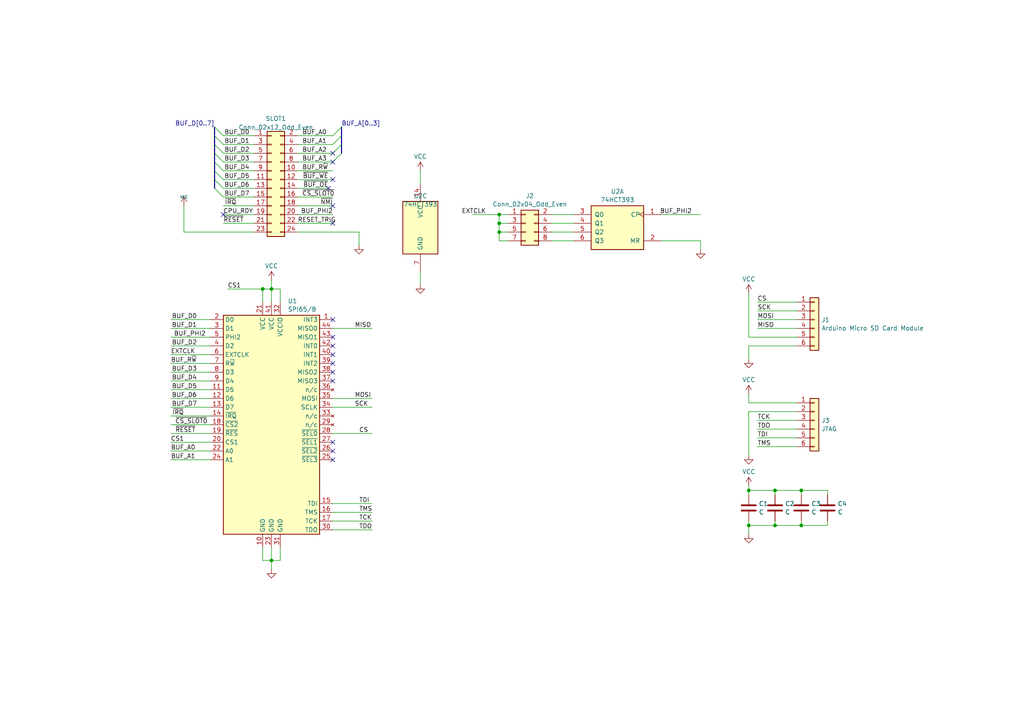
<source format=kicad_sch>
(kicad_sch (version 20231120) (generator "eeschema") (generator_version "8.0")
  (paper "A4")
  (lib_symbols
    (symbol "74xx:74LS393" (pin_names (offset 1.016))
      (property "Reference" "U" (at -7.62 8.89 0))
      (property "Value" "74LS393" (at -7.62 -8.89 0))
      (symbol "74LS393_1_0"
        (pin input clock (at -12.7 2.54 0) (length 5.08) (name "CP") (number "1"))
        (pin input line (at -12.7 -5.08 0) (length 5.08) (name "MR") (number "2"))
        (pin output line (at 12.7 2.54 180) (length 5.08) (name "Q0") (number "3"))
        (pin output line (at 12.7 0 180) (length 5.08) (name "Q1") (number "4"))
        (pin output line (at 12.7 -2.54 180) (length 5.08) (name "Q2") (number "5"))
        (pin output line (at 12.7 -5.08 180) (length 5.08) (name "Q3") (number "6"))
      )
      (symbol "74LS393_1_1"
        (rectangle (start -7.62 5.08) (end 7.62 -7.62) (stroke (width 0.254)) (fill (type background)))
      )
      (symbol "74LS393_2_0"
        (pin output line (at 12.7 0 180) (length 5.08) (name "Q1") (number "10"))
        (pin output line (at 12.7 2.54 180) (length 5.08) (name "Q0") (number "11"))
        (pin input line (at -12.7 -5.08 0) (length 5.08) (name "MR") (number "12"))
        (pin input clock (at -12.7 2.54 0) (length 5.08) (name "CP") (number "13"))
        (pin output line (at 12.7 -5.08 180) (length 5.08) (name "Q3") (number "8"))
        (pin output line (at 12.7 -2.54 180) (length 5.08) (name "Q2") (number "9"))
      )
      (symbol "74LS393_2_1"
        (rectangle (start -7.62 5.08) (end 7.62 -7.62) (stroke (width 0.254)) (fill (type background)))
      )
      (symbol "74LS393_3_0"
        (pin power_in line (at 0 12.7 270) (length 5.08) (name "VCC") (number "14"))
        (pin power_in line (at 0 -12.7 90) (length 5.08) (name "GND") (number "7"))
      )
      (symbol "74LS393_3_1"
        (rectangle (start -5.08 7.62) (end 5.08 -7.62) (stroke (width 0.254)) (fill (type background)))
      )
    )
    (symbol "CPLD_Xilinx:XC9536PC44"
      (property "Reference" "U1" (at 4.7341 35.8945 0))
      (property "Value" "SPI65/B" (at 4.7341 33.4702 0))
      (symbol "XC9536PC44_1_1"
        (rectangle (start -13.97 31.75) (end 13.97 -31.75) (stroke (width 0.254)) (fill (type background)))
        (pin bidirectional line (at 17.78 30.48 180) (length 3.81) (name "M1") (number "1") (alternate "INT3" input line))
        (pin power_in line (at -2.54 -35.56 90) (length 3.81) (name "GND") (number "10"))
        (pin bidirectional line (at -17.78 10.16 0) (length 3.81) (name "M9") (number "11") (alternate "D5" bidirectional line))
        (pin bidirectional line (at -17.78 7.62 0) (length 3.81) (name "M10") (number "12") (alternate "D6" bidirectional line))
        (pin bidirectional line (at -17.78 5.08 0) (length 3.81) (name "M11") (number "13") (alternate "D7" bidirectional line))
        (pin bidirectional line (at -17.78 2.54 0) (length 3.81) (name "M12") (number "14") (alternate "~{IRQ}" open_collector line))
        (pin input line (at 17.78 -22.86 180) (length 3.81) (name "TDI") (number "15"))
        (pin input line (at 17.78 -25.4 180) (length 3.81) (name "TMS") (number "16"))
        (pin input line (at 17.78 -27.94 180) (length 3.81) (name "TCK") (number "17"))
        (pin bidirectional line (at -17.78 0 0) (length 3.81) (name "M13") (number "18") (alternate "~{CS2}" input line))
        (pin bidirectional line (at -17.78 -2.54 0) (length 3.81) (name "M14") (number "19") (alternate "~{RES}" input line))
        (pin bidirectional line (at -17.78 30.48 0) (length 3.81) (name "M1") (number "2") (alternate "D0" bidirectional line))
        (pin bidirectional line (at -17.78 -5.08 0) (length 3.81) (name "M15") (number "20") (alternate "CS1" bidirectional line))
        (pin power_in line (at -2.54 35.56 270) (length 3.81) (name "VCC") (number "21"))
        (pin bidirectional line (at -17.78 -7.62 0) (length 3.81) (name "M16") (number "22") (alternate "A0" bidirectional line))
        (pin power_in line (at 0 -35.56 90) (length 3.81) (name "GND") (number "23"))
        (pin bidirectional line (at -17.78 -10.16 0) (length 3.81) (name "M17") (number "24") (alternate "A1" bidirectional line))
        (pin bidirectional line (at 17.78 -10.16 180) (length 3.81) (name "M17") (number "25") (alternate "~{SEL3}" output line))
        (pin bidirectional line (at 17.78 -7.62 180) (length 3.81) (name "M16") (number "26") (alternate "~{SEL2}" output line))
        (pin bidirectional line (at 17.78 -5.08 180) (length 3.81) (name "M15") (number "27") (alternate "~{SEL1}" output line))
        (pin bidirectional line (at 17.78 -2.54 180) (length 3.81) (name "M14") (number "28") (alternate "~{SEL0}" output line))
        (pin bidirectional line (at 17.78 0 180) (length 3.81) (name "M13") (number "29") (alternate "n/c" no_connect line))
        (pin bidirectional line (at -17.78 27.94 0) (length 3.81) (name "M2") (number "3") (alternate "D1" bidirectional line))
        (pin output line (at 17.78 -30.48 180) (length 3.81) (name "TDO") (number "30"))
        (pin power_in line (at 2.54 -35.56 90) (length 3.81) (name "GND") (number "31"))
        (pin power_in line (at 2.54 35.56 270) (length 3.81) (name "VCCIO") (number "32"))
        (pin bidirectional line (at 17.78 2.54 180) (length 3.81) (name "M12") (number "33") (alternate "n/c" no_connect line))
        (pin bidirectional line (at 17.78 5.08 180) (length 3.81) (name "M11") (number "34") (alternate "SCLK" output line))
        (pin bidirectional line (at 17.78 7.62 180) (length 3.81) (name "M10") (number "35") (alternate "MOSI" output line))
        (pin bidirectional line (at 17.78 10.16 180) (length 3.81) (name "M9") (number "36") (alternate "n/c" no_connect line))
        (pin bidirectional line (at 17.78 12.7 180) (length 3.81) (name "M8") (number "37") (alternate "MISO3" input line))
        (pin bidirectional line (at 17.78 15.24 180) (length 3.81) (name "M7") (number "38") (alternate "MISO2" input line))
        (pin bidirectional line (at 17.78 17.78 180) (length 3.81) (name "I/O/GSR") (number "39") (alternate "INT2" input line))
        (pin bidirectional line (at -17.78 22.86 0) (length 3.81) (name "M4") (number "4") (alternate "D2" bidirectional line))
        (pin bidirectional line (at 17.78 20.32 180) (length 3.81) (name "I/O/GTS2") (number "40") (alternate "INT1" input line))
        (pin power_in line (at 0 35.56 270) (length 3.81) (name "VCC") (number "41"))
        (pin bidirectional line (at 17.78 22.86 180) (length 3.81) (name "I/O/GTS1") (number "42") (alternate "INT0" input line))
        (pin bidirectional line (at 17.78 25.4 180) (length 3.81) (name "M4") (number "43") (alternate "MISO1" input line))
        (pin bidirectional line (at 17.78 27.94 180) (length 3.81) (name "M2") (number "44") (alternate "MISO0" input line))
        (pin bidirectional line (at -17.78 25.4 0) (length 3.81) (name "I/O/GCK1") (number "5") (alternate "PHI2" input line))
        (pin bidirectional line (at -17.78 20.32 0) (length 3.81) (name "I/O/GCK2") (number "6") (alternate "EXTCLK" input line))
        (pin bidirectional line (at -17.78 17.78 0) (length 3.81) (name "I/O/GCK3") (number "7") (alternate "R~{W}" input line))
        (pin bidirectional line (at -17.78 15.24 0) (length 3.81) (name "M6") (number "8") (alternate "D3" bidirectional line))
        (pin bidirectional line (at -17.78 12.7 0) (length 3.81) (name "M8") (number "9") (alternate "D4" bidirectional line))
      )
    )
    (symbol "Connector_Generic:Conn_01x06" (pin_names (offset 1.016) hide)
      (property "Reference" "J" (at 0 7.62 0))
      (property "Value" "Conn_01x06" (at 0 -10.16 0))
      (symbol "Conn_01x06_1_1"
        (rectangle (start -1.27 -7.493) (end 0 -7.747) (stroke (width 0.1524)))
        (rectangle (start -1.27 -4.953) (end 0 -5.207) (stroke (width 0.1524)))
        (rectangle (start -1.27 -2.413) (end 0 -2.667) (stroke (width 0.1524)))
        (rectangle (start -1.27 0.127) (end 0 -0.127) (stroke (width 0.1524)))
        (rectangle (start -1.27 2.667) (end 0 2.413) (stroke (width 0.1524)))
        (rectangle (start -1.27 5.207) (end 0 4.953) (stroke (width 0.1524)))
        (rectangle (start -1.27 6.35) (end 1.27 -8.89) (stroke (width 0.254)) (fill (type background)))
        (pin passive line (at -5.08 5.08 0) (length 3.81) (name "Pin_1") (number "1"))
        (pin passive line (at -5.08 2.54 0) (length 3.81) (name "Pin_2") (number "2"))
        (pin passive line (at -5.08 0 0) (length 3.81) (name "Pin_3") (number "3"))
        (pin passive line (at -5.08 -2.54 0) (length 3.81) (name "Pin_4") (number "4"))
        (pin passive line (at -5.08 -5.08 0) (length 3.81) (name "Pin_5") (number "5"))
        (pin passive line (at -5.08 -7.62 0) (length 3.81) (name "Pin_6") (number "6"))
      )
    )
    (symbol "Connector_Generic:Conn_02x04_Odd_Even" (pin_names (offset 1.016) hide)
      (property "Reference" "J" (at 1.27 5.08 0))
      (property "Value" "Conn_02x04_Odd_Even" (at 1.27 -7.62 0))
      (symbol "Conn_02x04_Odd_Even_1_1"
        (rectangle (start -1.27 -4.953) (end 0 -5.207) (stroke (width 0.1524)))
        (rectangle (start -1.27 -2.413) (end 0 -2.667) (stroke (width 0.1524)))
        (rectangle (start -1.27 0.127) (end 0 -0.127) (stroke (width 0.1524)))
        (rectangle (start -1.27 2.667) (end 0 2.413) (stroke (width 0.1524)))
        (rectangle (start -1.27 3.81) (end 3.81 -6.35) (stroke (width 0.254)) (fill (type background)))
        (rectangle (start 3.81 -4.953) (end 2.54 -5.207) (stroke (width 0.1524)))
        (rectangle (start 3.81 -2.413) (end 2.54 -2.667) (stroke (width 0.1524)))
        (rectangle (start 3.81 0.127) (end 2.54 -0.127) (stroke (width 0.1524)))
        (rectangle (start 3.81 2.667) (end 2.54 2.413) (stroke (width 0.1524)))
        (pin passive line (at -5.08 2.54 0) (length 3.81) (name "Pin_1") (number "1"))
        (pin passive line (at 7.62 2.54 180) (length 3.81) (name "Pin_2") (number "2"))
        (pin passive line (at -5.08 0 0) (length 3.81) (name "Pin_3") (number "3"))
        (pin passive line (at 7.62 0 180) (length 3.81) (name "Pin_4") (number "4"))
        (pin passive line (at -5.08 -2.54 0) (length 3.81) (name "Pin_5") (number "5"))
        (pin passive line (at 7.62 -2.54 180) (length 3.81) (name "Pin_6") (number "6"))
        (pin passive line (at -5.08 -5.08 0) (length 3.81) (name "Pin_7") (number "7"))
        (pin passive line (at 7.62 -5.08 180) (length 3.81) (name "Pin_8") (number "8"))
      )
    )
    (symbol "Device:C" (pin_numbers hide) (pin_names (offset 0.254))
      (property "Reference" "C" (at 0.635 2.54 0))
      (property "Value" "C" (at 0.635 -2.54 0))
      (symbol "C_0_1"
        (polyline (pts (xy -2.032 -0.762) (xy 2.032 -0.762)) (stroke (width 0.508)))
        (polyline (pts (xy -2.032 0.762) (xy 2.032 0.762)) (stroke (width 0.508)))
      )
      (symbol "C_1_1"
        (pin passive line (at 0 3.81 270) (length 2.794) (name "~") (number "1"))
        (pin passive line (at 0 -3.81 90) (length 2.794) (name "~") (number "2"))
      )
    )
    (symbol "VCC_1" (power) (pin_numbers hide) (pin_names (offset 0) hide)
      (property "Value" "VCC" (at 0 3.556 0))
      (symbol "VCC_1_0_1"
        (polyline (pts (xy -0.762 1.27) (xy 0 2.54)))
        (polyline (pts (xy 0 0) (xy 0 2.54)))
        (polyline (pts (xy 0 2.54) (xy 0.762 1.27)))
      )
      (symbol "VCC_1_1_1"
        (pin power_in line (at 0 0 90) (length 0) (name "~") (number "1"))
      )
    )
    (symbol "power:GND" (power) (pin_names (offset 0))
      (property "Value" "GND" (at 0 -3.81 0))
      (symbol "GND_0_1"
        (polyline (pts (xy 0 0) (xy 0 -1.27) (xy 1.27 -1.27) (xy 0 -2.54) (xy -1.27 -1.27) (xy 0 -1.27)))
      )
      (symbol "GND_1_1"
        (pin power_in line (at 0 0 270) (length 0) hide (name "GND") (number "1"))
      )
    )
    (symbol "power:VCC" (power) (pin_names (offset 0))
      (property "Value" "VCC" (at 0 3.81 0))
      (symbol "VCC_0_1"
        (polyline (pts (xy -0.762 1.27) (xy 0 2.54)))
        (polyline (pts (xy 0 0) (xy 0 2.54)))
        (polyline (pts (xy 0 2.54) (xy 0.762 1.27)))
      )
      (symbol "VCC_1_1"
        (pin power_in line (at 0 0 90) (length 0) hide (name "VCC") (number "1"))
      )
    )
    (symbol "steckschwein:Conn_02x12_Odd_Even" (pin_names (offset 1.016) hide)
      (property "Reference" "SLOT0" (at 1.27 17.6698 0))
      (property "Value" "Conn_02x12_Odd_Even" (at 1.27 15.1329 0))
      (symbol "Conn_02x12_Odd_Even_1_1"
        (rectangle (start -1.27 -15.113) (end 0 -15.367) (stroke (width 0.1524)))
        (rectangle (start -1.27 -12.573) (end 0 -12.827) (stroke (width 0.1524)))
        (rectangle (start -1.27 -10.033) (end 0 -10.287) (stroke (width 0.1524)))
        (rectangle (start -1.27 -7.493) (end 0 -7.747) (stroke (width 0.1524)))
        (rectangle (start -1.27 -4.953) (end 0 -5.207) (stroke (width 0.1524)))
        (rectangle (start -1.27 -2.413) (end 0 -2.667) (stroke (width 0.1524)))
        (rectangle (start -1.27 0.127) (end 0 -0.127) (stroke (width 0.1524)))
        (rectangle (start -1.27 2.667) (end 0 2.413) (stroke (width 0.1524)))
        (rectangle (start -1.27 5.207) (end 0 4.953) (stroke (width 0.1524)))
        (rectangle (start -1.27 7.747) (end 0 7.493) (stroke (width 0.1524)))
        (rectangle (start -1.27 10.287) (end 0 10.033) (stroke (width 0.1524)))
        (rectangle (start -1.27 12.827) (end 0 12.573) (stroke (width 0.1524)))
        (rectangle (start -1.27 13.97) (end 3.81 -16.51) (stroke (width 0.254)) (fill (type background)))
        (rectangle (start 3.81 -15.113) (end 2.54 -15.367) (stroke (width 0.1524)))
        (rectangle (start 3.81 -12.573) (end 2.54 -12.827) (stroke (width 0.1524)))
        (rectangle (start 3.81 -10.033) (end 2.54 -10.287) (stroke (width 0.1524)))
        (rectangle (start 3.81 -7.493) (end 2.54 -7.747) (stroke (width 0.1524)))
        (rectangle (start 3.81 -4.953) (end 2.54 -5.207) (stroke (width 0.1524)))
        (rectangle (start 3.81 -2.413) (end 2.54 -2.667) (stroke (width 0.1524)))
        (rectangle (start 3.81 0.127) (end 2.54 -0.127) (stroke (width 0.1524)))
        (rectangle (start 3.81 2.667) (end 2.54 2.413) (stroke (width 0.1524)))
        (rectangle (start 3.81 5.207) (end 2.54 4.953) (stroke (width 0.1524)))
        (rectangle (start 3.81 7.747) (end 2.54 7.493) (stroke (width 0.1524)))
        (rectangle (start 3.81 10.287) (end 2.54 10.033) (stroke (width 0.1524)))
        (rectangle (start 3.81 12.827) (end 2.54 12.573) (stroke (width 0.1524)))
        (pin passive line (at -5.08 12.7 0) (length 3.81) (name "Pin_1") (number "1"))
        (pin passive line (at 7.62 2.54 180) (length 3.81) (name "Pin_10") (number "10"))
        (pin passive line (at -5.08 0 0) (length 3.81) (name "Pin_11") (number "11"))
        (pin passive line (at 7.62 0 180) (length 3.81) (name "Pin_12") (number "12"))
        (pin passive line (at -5.08 -2.54 0) (length 3.81) (name "Pin_13") (number "13"))
        (pin passive line (at 7.62 -2.54 180) (length 3.81) (name "Pin_14") (number "14"))
        (pin passive line (at -5.08 -5.08 0) (length 3.81) (name "Pin_15") (number "15"))
        (pin passive line (at 7.62 -5.08 180) (length 3.81) (name "Pin_16") (number "16"))
        (pin passive line (at -5.08 -7.62 0) (length 3.81) (name "Pin_17") (number "17"))
        (pin passive line (at 7.62 -7.62 180) (length 3.81) (name "Pin_18") (number "18"))
        (pin passive line (at -5.08 -10.16 0) (length 3.81) (name "Pin_19") (number "19"))
        (pin passive line (at 7.62 12.7 180) (length 3.81) (name "Pin_2") (number "2"))
        (pin passive line (at 7.62 -10.16 180) (length 3.81) (name "Pin_20") (number "20"))
        (pin passive line (at -5.08 -12.7 0) (length 3.81) (name "Pin_21") (number "21"))
        (pin passive line (at 7.62 -12.7 180) (length 3.81) (name "Pin_22") (number "22"))
        (pin passive line (at -5.08 -15.24 0) (length 3.81) (name "Pin_23") (number "23"))
        (pin passive line (at 7.62 -15.24 180) (length 3.81) (name "Pin_24") (number "24"))
        (pin passive line (at -5.08 10.16 0) (length 3.81) (name "Pin_3") (number "3"))
        (pin passive line (at 7.62 10.16 180) (length 3.81) (name "Pin_4") (number "4"))
        (pin passive line (at -5.08 7.62 0) (length 3.81) (name "Pin_5") (number "5"))
        (pin passive line (at 7.62 7.62 180) (length 3.81) (name "Pin_6") (number "6"))
        (pin passive line (at -5.08 5.08 0) (length 3.81) (name "Pin_7") (number "7"))
        (pin passive line (at 7.62 5.08 180) (length 3.81) (name "Pin_8") (number "8"))
        (pin passive line (at -5.08 2.54 0) (length 3.81) (name "Pin_9") (number "9"))
      )
    )
  )
  (junction (at 224.79 142.24))
  (junction (at 144.78 64.77))
  (junction (at 144.78 67.31))
  (junction (at 78.74 83.82))
  (junction (at 78.74 162.56))
  (junction (at 217.17 152.4))
  (junction (at 144.78 62.23))
  (junction (at 76.2 83.82))
  (junction (at 217.17 142.24))
  (junction (at 232.41 152.4))
  (junction (at 232.41 142.24))
  (junction (at 224.79 152.4))
  (no_connect (at 96.52 102.87))
  (no_connect (at 96.52 46.99))
  (no_connect (at 96.52 133.35))
  (no_connect (at 95.25 54.61))
  (no_connect (at 96.52 64.77))
  (no_connect (at 96.52 130.81))
  (no_connect (at 96.52 107.95))
  (no_connect (at 96.52 52.07))
  (no_connect (at 96.52 128.27))
  (no_connect (at 96.52 97.79))
  (no_connect (at 96.52 92.71))
  (no_connect (at 96.52 59.69))
  (no_connect (at 96.52 100.33))
  (no_connect (at 96.52 110.49))
  (no_connect (at 96.52 105.41))
  (no_connect (at 64.77 62.23))
  (no_connect (at 96.52 44.45))
  (bus_entry (at 96.52 46.99) (size 2.54 -2.54))
  (bus_entry (at 64.77 49.53) (size -2.54 -2.54))
  (bus_entry (at 64.77 39.37) (size -2.54 -2.54))
  (bus_entry (at 96.52 39.37) (size 2.54 -2.54))
  (bus_entry (at 64.77 54.61) (size -2.54 -2.54))
  (bus_entry (at 64.77 41.91) (size -2.54 -2.54))
  (bus_entry (at 64.77 52.07) (size -2.54 -2.54))
  (bus_entry (at 96.52 44.45) (size 2.54 -2.54))
  (bus_entry (at 64.77 57.15) (size -2.54 -2.54))
  (bus_entry (at 64.77 46.99) (size -2.54 -2.54))
  (bus_entry (at 96.52 41.91) (size 2.54 -2.54))
  (bus_entry (at 64.77 44.45) (size -2.54 -2.54))
  (wire (pts (xy 86.36 67.31) (xy 104.14 67.31)))
  (wire (pts (xy 78.74 83.82) (xy 78.74 81.28)))
  (wire (pts (xy 144.78 62.23) (xy 137.16 62.23)))
  (wire (pts (xy 81.28 83.82) (xy 78.74 83.82)))
  (wire (pts (xy 76.2 162.56) (xy 78.74 162.56)))
  (wire (pts (xy 49.53 128.27) (xy 60.96 128.27)))
  (bus (pts (xy 62.23 44.45) (xy 62.23 46.99)))
  (bus (pts (xy 99.06 36.83) (xy 99.06 39.37)))
  (wire (pts (xy 121.92 78.74) (xy 121.92 82.55)))
  (wire (pts (xy 219.71 124.46) (xy 231.14 124.46)))
  (wire (pts (xy 144.78 67.31) (xy 144.78 64.77)))
  (wire (pts (xy 160.02 67.31) (xy 166.37 67.31)))
  (wire (pts (xy 86.36 39.37) (xy 96.52 39.37)))
  (wire (pts (xy 86.36 62.23) (xy 96.52 62.23)))
  (wire (pts (xy 217.17 119.38) (xy 217.17 132.08)))
  (wire (pts (xy 219.71 121.92) (xy 231.14 121.92)))
  (wire (pts (xy 78.74 158.75) (xy 78.74 162.56)))
  (wire (pts (xy 219.71 95.25) (xy 231.14 95.25)))
  (wire (pts (xy 191.77 62.23) (xy 203.2 62.23)))
  (wire (pts (xy 219.71 129.54) (xy 231.14 129.54)))
  (wire (pts (xy 217.17 119.38) (xy 231.14 119.38)))
  (wire (pts (xy 240.03 152.4) (xy 240.03 151.13)))
  (wire (pts (xy 96.52 148.59) (xy 107.95 148.59)))
  (wire (pts (xy 232.41 142.24) (xy 232.41 143.51)))
  (wire (pts (xy 49.53 123.19) (xy 60.96 123.19)))
  (wire (pts (xy 219.71 90.17) (xy 231.14 90.17)))
  (wire (pts (xy 217.17 142.24) (xy 224.79 142.24)))
  (wire (pts (xy 147.32 62.23) (xy 144.78 62.23)))
  (wire (pts (xy 64.77 64.77) (xy 73.66 64.77)))
  (wire (pts (xy 86.36 59.69) (xy 96.52 59.69)))
  (wire (pts (xy 224.79 142.24) (xy 224.79 143.51)))
  (wire (pts (xy 217.17 116.84) (xy 231.14 116.84)))
  (wire (pts (xy 217.17 142.24) (xy 217.17 143.51)))
  (wire (pts (xy 86.36 46.99) (xy 96.52 46.99)))
  (wire (pts (xy 49.53 97.79) (xy 60.96 97.79)))
  (wire (pts (xy 73.66 39.37) (xy 64.77 39.37)))
  (wire (pts (xy 160.02 64.77) (xy 166.37 64.77)))
  (wire (pts (xy 217.17 100.33) (xy 231.14 100.33)))
  (wire (pts (xy 81.28 87.63) (xy 81.28 83.82)))
  (wire (pts (xy 49.53 120.65) (xy 60.96 120.65)))
  (wire (pts (xy 73.66 67.31) (xy 53.34 67.31)))
  (wire (pts (xy 49.53 113.03) (xy 60.96 113.03)))
  (wire (pts (xy 73.66 49.53) (xy 64.77 49.53)))
  (wire (pts (xy 86.36 54.61) (xy 95.25 54.61)))
  (wire (pts (xy 86.36 44.45) (xy 96.52 44.45)))
  (wire (pts (xy 49.53 100.33) (xy 60.96 100.33)))
  (wire (pts (xy 81.28 162.56) (xy 81.28 158.75)))
  (wire (pts (xy 217.17 151.13) (xy 217.17 152.4)))
  (wire (pts (xy 78.74 162.56) (xy 81.28 162.56)))
  (wire (pts (xy 203.2 72.39) (xy 203.2 69.85)))
  (wire (pts (xy 53.34 67.31) (xy 53.34 59.69)))
  (wire (pts (xy 86.36 64.77) (xy 96.52 64.77)))
  (bus (pts (xy 99.06 39.37) (xy 99.06 41.91)))
  (wire (pts (xy 49.53 95.25) (xy 60.96 95.25)))
  (bus (pts (xy 62.23 41.91) (xy 62.23 44.45)))
  (wire (pts (xy 160.02 69.85) (xy 166.37 69.85)))
  (wire (pts (xy 96.52 118.11) (xy 107.95 118.11)))
  (wire (pts (xy 49.53 130.81) (xy 60.96 130.81)))
  (wire (pts (xy 86.36 52.07) (xy 96.52 52.07)))
  (wire (pts (xy 73.66 44.45) (xy 64.77 44.45)))
  (wire (pts (xy 78.74 87.63) (xy 78.74 83.82)))
  (bus (pts (xy 62.23 52.07) (xy 62.23 54.61)))
  (wire (pts (xy 96.52 95.25) (xy 107.95 95.25)))
  (bus (pts (xy 62.23 36.83) (xy 62.23 39.37)))
  (wire (pts (xy 96.52 115.57) (xy 107.95 115.57)))
  (wire (pts (xy 86.36 41.91) (xy 96.52 41.91)))
  (wire (pts (xy 49.53 115.57) (xy 60.96 115.57)))
  (wire (pts (xy 64.77 62.23) (xy 73.66 62.23)))
  (wire (pts (xy 147.32 69.85) (xy 144.78 69.85)))
  (wire (pts (xy 224.79 151.13) (xy 224.79 152.4)))
  (wire (pts (xy 232.41 142.24) (xy 240.03 142.24)))
  (bus (pts (xy 62.23 46.99) (xy 62.23 49.53)))
  (wire (pts (xy 217.17 104.14) (xy 217.17 100.33)))
  (wire (pts (xy 217.17 152.4) (xy 217.17 154.94)))
  (wire (pts (xy 232.41 151.13) (xy 232.41 152.4)))
  (wire (pts (xy 96.52 151.13) (xy 107.95 151.13)))
  (wire (pts (xy 217.17 140.97) (xy 217.17 142.24)))
  (wire (pts (xy 49.53 125.73) (xy 60.96 125.73)))
  (wire (pts (xy 49.53 105.41) (xy 60.96 105.41)))
  (wire (pts (xy 217.17 152.4) (xy 224.79 152.4)))
  (wire (pts (xy 240.03 142.24) (xy 240.03 143.51)))
  (wire (pts (xy 78.74 83.82) (xy 76.2 83.82)))
  (wire (pts (xy 224.79 152.4) (xy 232.41 152.4)))
  (wire (pts (xy 73.66 54.61) (xy 64.77 54.61)))
  (wire (pts (xy 49.53 102.87) (xy 60.96 102.87)))
  (wire (pts (xy 144.78 64.77) (xy 144.78 62.23)))
  (wire (pts (xy 86.36 57.15) (xy 96.52 57.15)))
  (wire (pts (xy 219.71 87.63) (xy 231.14 87.63)))
  (wire (pts (xy 121.92 49.53) (xy 121.92 53.34)))
  (wire (pts (xy 96.52 153.67) (xy 107.95 153.67)))
  (wire (pts (xy 217.17 85.09) (xy 217.17 97.79)))
  (wire (pts (xy 49.53 107.95) (xy 60.96 107.95)))
  (wire (pts (xy 144.78 69.85) (xy 144.78 67.31)))
  (bus (pts (xy 62.23 49.53) (xy 62.23 52.07)))
  (wire (pts (xy 96.52 146.05) (xy 107.95 146.05)))
  (wire (pts (xy 232.41 152.4) (xy 240.03 152.4)))
  (wire (pts (xy 49.53 133.35) (xy 60.96 133.35)))
  (wire (pts (xy 86.36 49.53) (xy 96.52 49.53)))
  (wire (pts (xy 49.53 110.49) (xy 60.96 110.49)))
  (wire (pts (xy 78.74 162.56) (xy 78.74 165.1)))
  (wire (pts (xy 203.2 69.85) (xy 191.77 69.85)))
  (wire (pts (xy 76.2 158.75) (xy 76.2 162.56)))
  (bus (pts (xy 62.23 39.37) (xy 62.23 41.91)))
  (wire (pts (xy 160.02 62.23) (xy 166.37 62.23)))
  (wire (pts (xy 73.66 46.99) (xy 64.77 46.99)))
  (wire (pts (xy 104.14 67.31) (xy 104.14 71.12)))
  (wire (pts (xy 96.52 125.73) (xy 107.95 125.73)))
  (wire (pts (xy 64.77 59.69) (xy 73.66 59.69)))
  (wire (pts (xy 73.66 41.91) (xy 64.77 41.91)))
  (wire (pts (xy 76.2 83.82) (xy 76.2 87.63)))
  (wire (pts (xy 73.66 52.07) (xy 64.77 52.07)))
  (wire (pts (xy 66.04 83.82) (xy 76.2 83.82)))
  (wire (pts (xy 219.71 92.71) (xy 231.14 92.71)))
  (wire (pts (xy 147.32 67.31) (xy 144.78 67.31)))
  (wire (pts (xy 219.71 127) (xy 231.14 127)))
  (wire (pts (xy 217.17 97.79) (xy 231.14 97.79)))
  (wire (pts (xy 217.17 114.3) (xy 217.17 116.84)))
  (bus (pts (xy 99.06 41.91) (xy 99.06 44.45)))
  (wire (pts (xy 147.32 64.77) (xy 144.78 64.77)))
  (wire (pts (xy 224.79 142.24) (xy 232.41 142.24)))
  (wire (pts (xy 49.53 92.71) (xy 60.96 92.71)))
  (wire (pts (xy 49.53 118.11) (xy 60.96 118.11)))
  (wire (pts (xy 73.66 57.15) (xy 64.77 57.15)))
  (label "BUF_A2" (at 87.63 44.45 0))
  (label "BUF_D4" (at 57.15 110.49 180))
  (label "~{NMI}" (at 96.52 59.69 180))
  (label "~{RESET}" (at 64.77 64.77 0))
  (label "BUF_A1" (at 87.63 41.91 0))
  (label "TMS" (at 104.14 148.59 0))
  (label "~{BUF_OE}" (at 95.25 54.61 180))
  (label "EXTCLK" (at 140.97 62.23 180))
  (label "~{CS_SLOT0}" (at 87.63 57.15 0))
  (label "BUF_D3" (at 72.39 46.99 180))
  (label "BUF_D6" (at 72.39 54.61 180))
  (label "MISO" (at 102.87 95.25 0))
  (label "BUF_D3" (at 57.15 107.95 180))
  (label "CPU_RDY" (at 64.77 62.23 0))
  (label "BUF_D4" (at 72.39 49.53 180))
  (label "BUF_A0" (at 49.53 130.81 0))
  (label "BUF_D2" (at 57.15 100.33 180))
  (label "~{CS_SLOT0}" (at 50.8 123.19 0))
  (label "BUF_A[0..3]" (at 99.06 36.83 0))
  (label "SCK" (at 219.71 90.17 0))
  (label "BUF_D1" (at 57.15 95.25 180))
  (label "TDI" (at 104.14 146.05 0))
  (label "MOSI" (at 219.71 92.71 0))
  (label "CS" (at 104.14 125.73 0))
  (label "CS" (at 219.71 87.63 0))
  (label "BUF_PHI2" (at 200.66 62.23 180))
  (label "RESET_TRIG" (at 86.36 64.77 0))
  (label "BUF_D5" (at 57.15 113.03 180))
  (label "BUF_A3" (at 87.63 46.99 0))
  (label "BUF_PHI2" (at 59.69 97.79 180))
  (label "MOSI" (at 102.87 115.57 0))
  (label "BUF_D7" (at 72.39 57.15 180))
  (label "BUF_R~{W}" (at 49.53 105.41 0))
  (label "TCK" (at 219.71 121.92 0))
  (label "BUF_A1" (at 49.53 133.35 0))
  (label "TMS" (at 219.71 129.54 0))
  (label "~{IRQ}" (at 68.58 59.69 180))
  (label "BUF_D6" (at 57.15 115.57 180))
  (label "MISO" (at 219.71 95.25 0))
  (label "~{IRQ}" (at 53.34 120.65 180))
  (label "BUF_D5" (at 72.39 52.07 180))
  (label "BUF_D1" (at 72.39 41.91 180))
  (label "EXTCLK" (at 49.53 102.87 0))
  (label "TDI" (at 219.71 127 0))
  (label "CS1" (at 66.04 83.82 0))
  (label "TCK" (at 104.14 151.13 0))
  (label "BUF_A0" (at 87.63 39.37 0))
  (label "CS1" (at 49.53 128.27 0))
  (label "TDO" (at 104.14 153.67 0))
  (label "BUF_D[0..7]" (at 62.23 36.83 180))
  (label "BUF_D7" (at 57.15 118.11 180))
  (label "TDO" (at 219.71 124.46 0))
  (label "SCK" (at 102.87 118.11 0))
  (label "BUF_D0" (at 72.39 39.37 180))
  (label "~{BUF_WE}" (at 95.25 52.07 180))
  (label "BUF_D0" (at 57.15 92.71 180))
  (label "BUF_D2" (at 72.39 44.45 180))
  (label "~{RESET}" (at 50.8 125.73 0))
  (label "BUF_PHI2" (at 96.52 62.23 180))
  (label "BUF_R~{W}" (at 87.63 49.53 0))
  (symbol (lib_id "Device:C") (at 217.17 147.32 0) (unit 1)
    (property "Reference" "C1" (at 220.091 146.1078 0) (effects (justify left)))
    (property "Value" "C" (at 220.091 148.5321 0) (effects (justify left)))
    (property "Footprint" "Capacitor_SMD:C_1206_3216Metric_Pad1.33x1.80mm_HandSolder" (effects (hide yes)))
    (property "Description" "Unpolarized capacitor" (effects (hide yes)))
  )
  (symbol (lib_id "Connector_Generic:Conn_01x06") (at 236.22 121.92 0) (unit 1)
    (property "Reference" "J3" (at 238.252 121.9778 0) (effects (justify left)))
    (property "Value" "JTAG" (at 238.252 124.4021 0) (effects (justify left)))
    (property "Footprint" "Connector_PinHeader_2.54mm:PinHeader_1x06_P2.54mm_Vertical" (effects (hide yes)))
    (property "Description" "Generic connector, single row, 01x06, script generated (kicad-library-utils/schlib/autogen/connector/)" (effects (hide yes)))
  )
  (symbol (lib_name "VCC_1") (lib_id "power:VCC") (at 121.92 49.53 0) (unit 1)
    (property "Reference" "#PWR010" (effects (hide yes)))
    (property "Value" "VCC" (at 121.92 45.3969 0))
    (property "Description" "Power symbol creates a global label with name \"VCC\"" (effects (hide yes)))
  )
  (symbol (lib_id "Connector_Generic:Conn_01x06") (at 236.22 92.71 0) (unit 1)
    (property "Reference" "J1" (at 238.252 92.7678 0) (effects (justify left)))
    (property "Value" "Arduino Micro SD Card Module" (at 238.252 95.1921 0) (effects (justify left)))
    (property "Footprint" "spi65:MicroSD Card Adapter" (effects (hide yes)))
    (property "Description" "Generic connector, single row, 01x06, script generated (kicad-library-utils/schlib/autogen/connector/)" (effects (hide yes)))
  )
  (symbol (lib_id "power:GND") (at 78.74 165.1 0) (unit 1)
    (property "Reference" "#PWR08" (effects (hide yes)))
    (property "Value" "GND" (effects (hide yes)))
  )
  (symbol (lib_name "VCC_1") (lib_id "power:VCC") (at 217.17 114.3 0) (unit 1)
    (property "Reference" "#PWR06" (effects (hide yes)))
    (property "Value" "VCC" (at 217.17 110.1669 0))
    (property "Description" "Power symbol creates a global label with name \"VCC\"" (effects (hide yes)))
  )
  (symbol (lib_name "VCC_1") (lib_id "power:VCC") (at 78.74 81.28 0) (unit 1)
    (property "Reference" "#PWR09" (effects (hide yes)))
    (property "Value" "VCC" (at 78.74 77.1469 0))
    (property "Description" "Power symbol creates a global label with name \"VCC\"" (effects (hide yes)))
  )
  (symbol (lib_id "CPLD_Xilinx:XC9536PC44") (at 78.74 123.19 0) (unit 1)
    (property "Reference" "U1" (at 83.4741 87.2955 0) (effects (justify left)))
    (property "Value" "SPI65/B" (at 83.4741 89.7198 0) (effects (justify left)))
    (property "Footprint" "Package_LCC:PLCC-44" (effects (hide yes)))
    (property "Datasheet" "xilinx/xc9536.pdf" (effects (hide yes)))
    (property "Description" "Xilinx CPLD, Obsolete" (effects (hide yes)))
    (pin "4" (alternate "D2"))
    (pin "9" (alternate "D4"))
    (pin "20" (alternate "CS1"))
    (pin "38" (alternate "MISO2"))
    (pin "36" (alternate "n/c"))
    (pin "11" (alternate "D5"))
    (pin "40" (alternate "INT1"))
    (pin "1" (alternate "INT3"))
    (pin "28" (alternate "~{SEL0}"))
    (pin "7" (alternate "R~{W}"))
    (pin "14" (alternate "~{IRQ}"))
    (pin "29" (alternate "n/c"))
    (pin "3" (alternate "D1"))
    (pin "39" (alternate "INT2"))
    (pin "42" (alternate "INT0"))
    (pin "44" (alternate "MISO0"))
    (pin "33" (alternate "n/c"))
    (pin "37" (alternate "MISO3"))
    (pin "43" (alternate "MISO1"))
    (pin "5" (alternate "PHI2"))
    (pin "22" (alternate "A0"))
    (pin "2" (alternate "D0"))
    (pin "6" (alternate "EXTCLK"))
    (pin "34" (alternate "SCLK"))
    (pin "26" (alternate "~{SEL2}"))
    (pin "13" (alternate "D7"))
    (pin "24" (alternate "A1"))
    (pin "18" (alternate "~{CS2}"))
    (pin "25" (alternate "~{SEL3}"))
    (pin "12" (alternate "D6"))
    (pin "19" (alternate "~{RES}"))
    (pin "27" (alternate "~{SEL1}"))
    (pin "8" (alternate "D3"))
    (pin "35" (alternate "MOSI"))
  )
  (symbol (lib_id "power:GND") (at 104.14 71.12 0) (unit 1)
    (property "Reference" "#PWR02" (effects (hide yes)))
    (property "Value" "GND" (effects (hide yes)))
  )
  (symbol (lib_id "Device:C") (at 224.79 147.32 0) (unit 1)
    (property "Reference" "C2" (at 227.711 146.1078 0) (effects (justify left)))
    (property "Value" "C" (at 227.711 148.5321 0) (effects (justify left)))
    (property "Footprint" "Capacitor_SMD:C_1206_3216Metric_Pad1.33x1.80mm_HandSolder" (effects (hide yes)))
    (property "Description" "Unpolarized capacitor" (effects (hide yes)))
  )
  (symbol (lib_id "Device:C") (at 232.41 147.32 0) (unit 1)
    (property "Reference" "C3" (at 235.331 146.1078 0) (effects (justify left)))
    (property "Value" "C" (at 235.331 148.5321 0) (effects (justify left)))
    (property "Footprint" "Capacitor_SMD:C_1206_3216Metric_Pad1.33x1.80mm_HandSolder" (effects (hide yes)))
    (property "Description" "Unpolarized capacitor" (effects (hide yes)))
  )
  (symbol (lib_id "power:GND") (at 217.17 132.08 0) (unit 1)
    (property "Reference" "#PWR07" (effects (hide yes)))
    (property "Value" "GND" (effects (hide yes)))
  )
  (symbol (lib_id "steckschwein:Conn_02x12_Odd_Even") (at 78.74 52.07 0) (unit 1)
    (property "Reference" "SLOT1" (at 80.01 34.4002 0))
    (property "Value" "Conn_02x12_Odd_Even" (at 80.01 36.9371 0))
    (property "Footprint" "Connector_PinHeader_2.54mm:PinHeader_2x12_P2.54mm_Vertical" (effects (hide yes)))
  )
  (symbol (lib_id "power:GND") (at 121.92 82.55 0) (unit 1)
    (property "Reference" "#PWR011" (effects (hide yes)))
    (property "Value" "GND" (effects (hide yes)))
  )
  (symbol (lib_id "74xx:74LS393") (at 121.92 66.04 0) (mirror y) (unit 3)
    (property "Reference" "U2" (at 121.92 56.8155 0))
    (property "Value" "74HCT393" (at 121.92 59.2398 0))
    (property "Footprint" "Package_DIP:DIP-14_W7.62mm_LongPads" (effects (hide yes)))
    (property "Datasheet" "74xx\\74LS393.pdf" (effects (hide yes)))
    (property "Description" "Dual BCD 4-bit counter" (effects (hide yes)))
  )
  (symbol (lib_id "power:VCC") (at 53.34 59.69 0) (unit 1)
    (property "Reference" "#PWR01" (effects (hide yes)))
    (property "Value" "VCC" (at 53.34 57.15 0) (effects (font (size 0.762 0.762))))
  )
  (symbol (lib_id "power:GND") (at 203.2 72.39 0) (unit 1)
    (property "Reference" "#PWR05" (effects (hide yes)))
    (property "Value" "GND" (effects (hide yes)))
  )
  (symbol (lib_name "VCC_1") (lib_id "power:VCC") (at 217.17 140.97 0) (unit 1)
    (property "Reference" "#PWR012" (effects (hide yes)))
    (property "Value" "VCC" (at 217.17 136.8369 0))
    (property "Description" "Power symbol creates a global label with name \"VCC\"" (effects (hide yes)))
  )
  (symbol (lib_id "74xx:74LS393") (at 179.07 64.77 0) (mirror y) (unit 1)
    (property "Reference" "U2" (at 179.07 55.5455 0))
    (property "Value" "74HCT393" (at 179.07 57.9698 0))
    (property "Footprint" "Package_DIP:DIP-14_W7.62mm_LongPads" (effects (hide yes)))
    (property "Datasheet" "74xx\\74LS393.pdf" (effects (hide yes)))
    (property "Description" "Dual BCD 4-bit counter" (effects (hide yes)))
  )
  (symbol (lib_id "Connector_Generic:Conn_02x04_Odd_Even") (at 152.4 64.77 0) (unit 1)
    (property "Reference" "J2" (at 153.67 56.8155 0))
    (property "Value" "Conn_02x04_Odd_Even" (at 153.67 59.2398 0))
    (property "Footprint" "Connector_PinHeader_2.54mm:PinHeader_2x04_P2.54mm_Vertical" (effects (hide yes)))
    (property "Description" "Generic connector, double row, 02x04, odd/even pin numbering scheme (row 1 odd numbers, row 2 even numbers), script generated (kicad-library-utils/schlib/autogen/connector/)" (effects (hide yes)))
  )
  (symbol (lib_id "power:GND") (at 217.17 154.94 0) (unit 1)
    (property "Reference" "#PWR013" (effects (hide yes)))
    (property "Value" "GND" (effects (hide yes)))
  )
  (symbol (lib_id "power:GND") (at 217.17 104.14 0) (unit 1)
    (property "Reference" "#PWR04" (effects (hide yes)))
    (property "Value" "GND" (effects (hide yes)))
  )
  (symbol (lib_id "Device:C") (at 240.03 147.32 0) (unit 1)
    (property "Reference" "C4" (at 242.951 146.1078 0) (effects (justify left)))
    (property "Value" "C" (at 242.951 148.5321 0) (effects (justify left)))
    (property "Footprint" "Capacitor_SMD:C_1206_3216Metric_Pad1.33x1.80mm_HandSolder" (effects (hide yes)))
    (property "Description" "Unpolarized capacitor" (effects (hide yes)))
  )
  (symbol (lib_name "VCC_1") (lib_id "power:VCC") (at 217.17 85.09 0) (unit 1)
    (property "Reference" "#PWR03" (effects (hide yes)))
    (property "Value" "VCC" (at 217.17 80.9569 0))
    (property "Description" "Power symbol creates a global label with name \"VCC\"" (effects (hide yes)))
  )
)
</source>
